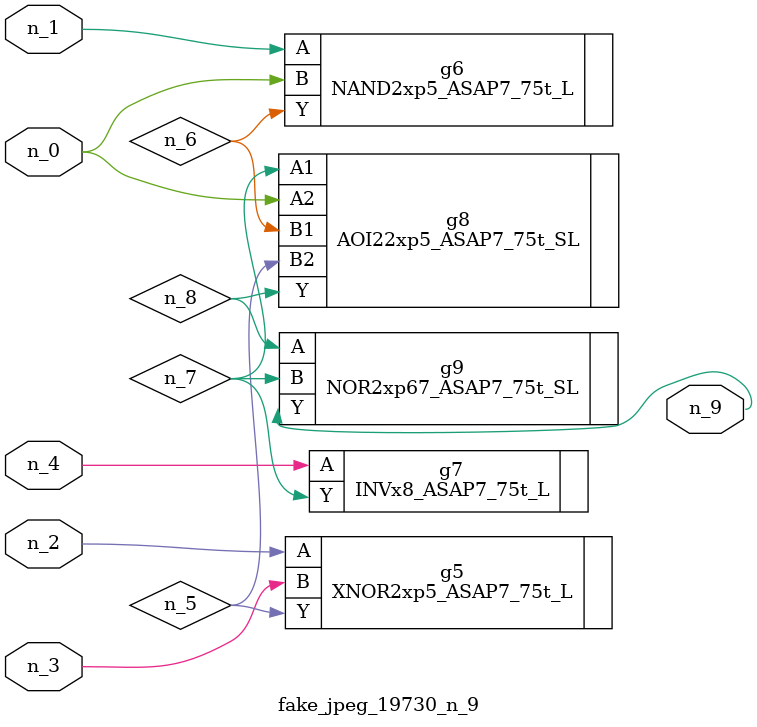
<source format=v>
module fake_jpeg_19730_n_9 (n_3, n_2, n_1, n_0, n_4, n_9);

input n_3;
input n_2;
input n_1;
input n_0;
input n_4;

output n_9;

wire n_8;
wire n_6;
wire n_5;
wire n_7;

XNOR2xp5_ASAP7_75t_L g5 ( 
.A(n_2),
.B(n_3),
.Y(n_5)
);

NAND2xp5_ASAP7_75t_L g6 ( 
.A(n_1),
.B(n_0),
.Y(n_6)
);

INVx8_ASAP7_75t_L g7 ( 
.A(n_4),
.Y(n_7)
);

AOI22xp5_ASAP7_75t_SL g8 ( 
.A1(n_7),
.A2(n_0),
.B1(n_6),
.B2(n_5),
.Y(n_8)
);

NOR2xp67_ASAP7_75t_SL g9 ( 
.A(n_8),
.B(n_7),
.Y(n_9)
);


endmodule
</source>
